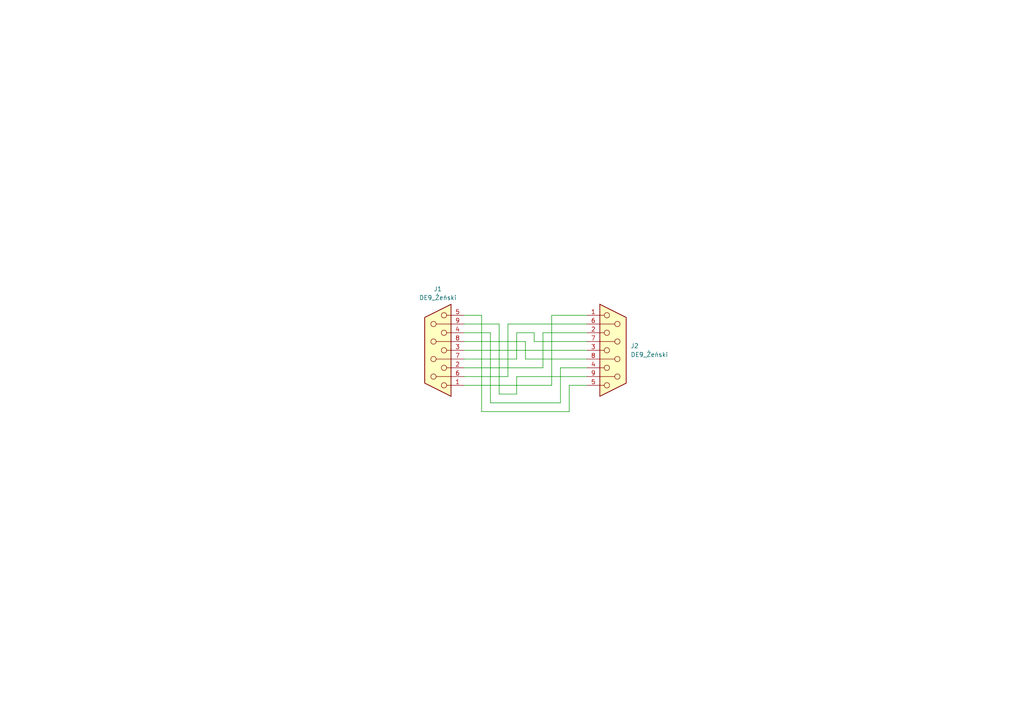
<source format=kicad_sch>
(kicad_sch (version 20231120) (generator "eeschema") (generator_version "8.0")
  (paper "A4")
  (lib_symbols
    (symbol "Connector:DE9_Receptacle" (pin_names (offset 1.016) hide)
      (property "Reference" "J" (at 0 13.97 0))
      (property "Value" "DE9_Receptacle" (at 0 -14.605 0))
      (symbol "DE9_Receptacle_0_1"
        (circle (center -1.778 -10.16) (radius 0.762))
        (circle (center -1.778 -5.08) (radius 0.762))
        (circle (center -1.778 0) (radius 0.762))
        (circle (center -1.778 5.08) (radius 0.762))
        (circle (center -1.778 10.16) (radius 0.762))
        (polyline (pts (xy -3.81 -10.16) (xy -2.54 -10.16)))
        (polyline (pts (xy -3.81 -7.62) (xy 0.508 -7.62)))
        (polyline (pts (xy -3.81 -5.08) (xy -2.54 -5.08)))
        (polyline (pts (xy -3.81 -2.54) (xy 0.508 -2.54)))
        (polyline (pts (xy -3.81 0) (xy -2.54 0)))
        (polyline (pts (xy -3.81 2.54) (xy 0.508 2.54)))
        (polyline (pts (xy -3.81 5.08) (xy -2.54 5.08)))
        (polyline (pts (xy -3.81 7.62) (xy 0.508 7.62)))
        (polyline (pts (xy -3.81 10.16) (xy -2.54 10.16)))
        (polyline (pts (xy -3.81 13.335) (xy -3.81 -13.335) (xy 3.81 -9.525) (xy 3.81 9.525) (xy -3.81 13.335)) (stroke (width 0.254)) (fill (type background)))
        (circle (center 1.27 -7.62) (radius 0.762))
        (circle (center 1.27 -2.54) (radius 0.762))
        (circle (center 1.27 2.54) (radius 0.762))
        (circle (center 1.27 7.62) (radius 0.762))
      )
      (symbol "DE9_Receptacle_1_1"
        (pin passive line (at -7.62 10.16 0) (length 3.81) (name "1") (number "1"))
        (pin passive line (at -7.62 5.08 0) (length 3.81) (name "2") (number "2"))
        (pin passive line (at -7.62 0 0) (length 3.81) (name "3") (number "3"))
        (pin passive line (at -7.62 -5.08 0) (length 3.81) (name "4") (number "4"))
        (pin passive line (at -7.62 -10.16 0) (length 3.81) (name "5") (number "5"))
        (pin passive line (at -7.62 7.62 0) (length 3.81) (name "6") (number "6"))
        (pin passive line (at -7.62 2.54 0) (length 3.81) (name "7") (number "7"))
        (pin passive line (at -7.62 -2.54 0) (length 3.81) (name "8") (number "8"))
        (pin passive line (at -7.62 -7.62 0) (length 3.81) (name "9") (number "9"))
      )
    )
  )
  (wire (pts (xy 134.62 93.98) (xy 144.78 93.98)))
  (wire (pts (xy 165.1 111.76) (xy 170.18 111.76)))
  (wire (pts (xy 149.86 104.14) (xy 149.86 96.52)))
  (wire (pts (xy 139.7 119.38) (xy 165.1 119.38)))
  (wire (pts (xy 139.7 91.44) (xy 139.7 119.38)))
  (wire (pts (xy 134.62 104.14) (xy 149.86 104.14)))
  (wire (pts (xy 165.1 119.38) (xy 165.1 111.76)))
  (wire (pts (xy 142.24 116.84) (xy 162.56 116.84)))
  (wire (pts (xy 134.62 96.52) (xy 142.24 96.52)))
  (wire (pts (xy 154.94 96.52) (xy 154.94 99.06)))
  (wire (pts (xy 160.02 91.44) (xy 170.18 91.44)))
  (wire (pts (xy 149.86 109.22) (xy 170.18 109.22)))
  (wire (pts (xy 160.02 111.76) (xy 160.02 91.44)))
  (wire (pts (xy 147.32 109.22) (xy 147.32 93.98)))
  (wire (pts (xy 144.78 114.3) (xy 149.86 114.3)))
  (wire (pts (xy 157.48 96.52) (xy 170.18 96.52)))
  (wire (pts (xy 134.62 109.22) (xy 147.32 109.22)))
  (wire (pts (xy 134.62 106.68) (xy 157.48 106.68)))
  (wire (pts (xy 152.4 104.14) (xy 170.18 104.14)))
  (wire (pts (xy 149.86 96.52) (xy 154.94 96.52)))
  (wire (pts (xy 154.94 99.06) (xy 170.18 99.06)))
  (wire (pts (xy 149.86 114.3) (xy 149.86 109.22)))
  (wire (pts (xy 134.62 111.76) (xy 160.02 111.76)))
  (wire (pts (xy 134.62 99.06) (xy 152.4 99.06)))
  (wire (pts (xy 162.56 106.68) (xy 170.18 106.68)))
  (wire (pts (xy 162.56 116.84) (xy 162.56 106.68)))
  (wire (pts (xy 152.4 99.06) (xy 152.4 104.14)))
  (wire (pts (xy 134.62 101.6) (xy 170.18 101.6)))
  (wire (pts (xy 147.32 93.98) (xy 170.18 93.98)))
  (wire (pts (xy 134.62 91.44) (xy 139.7 91.44)))
  (wire (pts (xy 144.78 93.98) (xy 144.78 114.3)))
  (wire (pts (xy 157.48 106.68) (xy 157.48 96.52)))
  (wire (pts (xy 142.24 96.52) (xy 142.24 116.84)))
  (symbol (lib_id "Connector:DE9_Receptacle") (at 177.8 101.6 0) (unit 1)
    (property "Reference" "J2" (at 182.88 100.3299 0) (effects (justify left)))
    (property "Value" "DE9_Żeński" (at 182.88 102.8699 0) (effects (justify left)))
    (property "Footprint" "Connector_Dsub:DSUB-9_Female_Horizontal_P2.77x2.54mm_EdgePinOffset9.40mm" (effects (hide yes)))
    (property "Datasheet" " ~" (effects (hide yes)))
    (property "Description" "9-pin female receptacle socket D-SUB connector" (effects (hide yes)))
  )
  (symbol (lib_id "Connector:DE9_Receptacle") (at 127 101.6 180) (unit 1)
    (property "Reference" "J1" (at 127 83.82 0))
    (property "Value" "DE9_Żeński" (at 127 86.36 0))
    (property "Footprint" "Connector_Dsub:DSUB-9_Female_Horizontal_P2.77x2.54mm_EdgePinOffset9.40mm" (effects (hide yes)))
    (property "Datasheet" " ~" (effects (hide yes)))
    (property "Description" "9-pin female receptacle socket D-SUB connector" (effects (hide yes)))
  )
)
</source>
